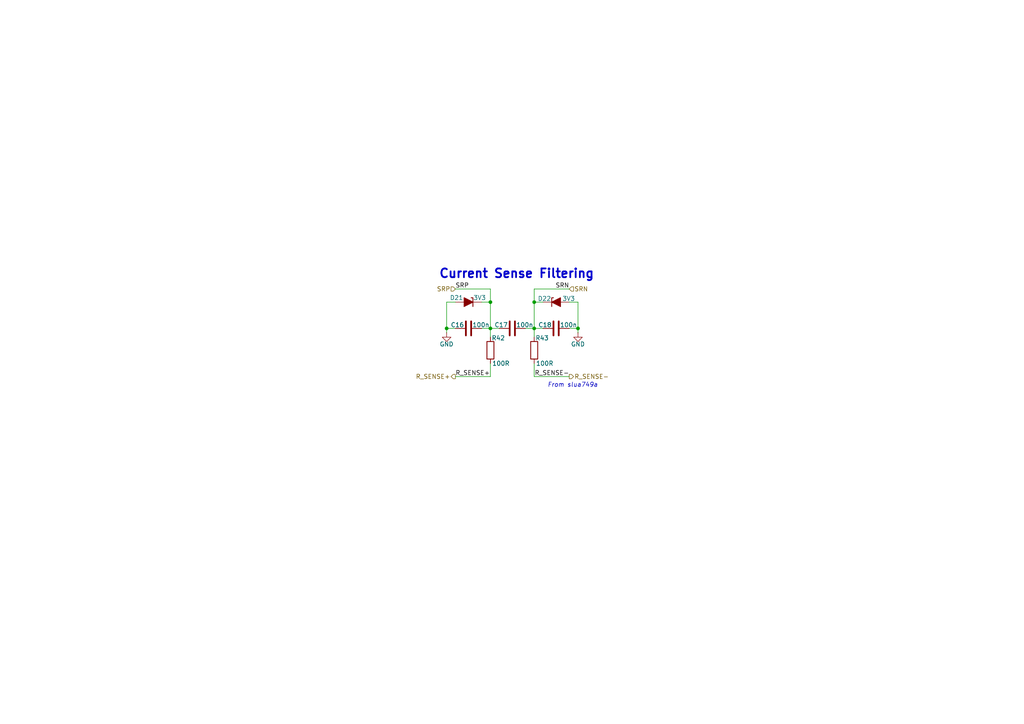
<source format=kicad_sch>
(kicad_sch (version 20250114) (generator "eeschema") (generator_version "9.0")
  (paper "A4")
  (lib_symbols
    (symbol "Device:C" (pin_numbers (hide yes)) (pin_names (offset 0.254))
      (property "Reference" "C" (at 0.635 2.54 0))
      (property "Value" "C" (at 0.635 -2.54 0))
      (symbol "C_0_1"
        (polyline (pts (xy -2.032 0.762) (xy 2.032 0.762)) (stroke (width 0.508)))
        (polyline (pts (xy -2.032 -0.762) (xy 2.032 -0.762)) (stroke (width 0.508)))
      )
      (symbol "C_1_1"
        (pin passive line (at 0 3.81 270) (length 2.794) (name "~") (number "1"))
        (pin passive line (at 0 -3.81 90) (length 2.794) (name "~") (number "2"))
      )
    )
    (symbol "Device:D_Zener_Filled" (pin_numbers (hide yes)) (pin_names (offset 1.016) (hide yes))
      (property "Reference" "D" (at 0 2.54 0))
      (property "Value" "D_Zener_Filled" (at 0 -2.54 0))
      (symbol "D_Zener_Filled_0_1"
        (polyline (pts (xy -1.27 -1.27) (xy -1.27 1.27) (xy -0.762 1.27)) (stroke (width 0.254)))
        (polyline (pts (xy 1.27 0) (xy -1.27 0)))
        (polyline (pts (xy 1.27 -1.27) (xy 1.27 1.27) (xy -1.27 0) (xy 1.27 -1.27)) (stroke (width 0.254)) (fill (type outline)))
      )
      (symbol "D_Zener_Filled_1_1"
        (pin passive line (at -3.81 0 0) (length 2.54) (name "K") (number "1"))
        (pin passive line (at 3.81 0 180) (length 2.54) (name "A") (number "2"))
      )
    )
    (symbol "Device:R" (pin_numbers (hide yes)) (pin_names (offset 0))
      (property "Reference" "R" (at 2.032 0 90))
      (property "Value" "R" (at 0 0 90))
      (symbol "R_0_1"
        (rectangle (start -1.016 -2.54) (end 1.016 2.54) (stroke (width 0.254)))
      )
      (symbol "R_1_1"
        (pin passive line (at 0 3.81 270) (length 1.27) (name "~") (number "1"))
        (pin passive line (at 0 -3.81 90) (length 1.27) (name "~") (number "2"))
      )
    )
    (symbol "power:GND" (power) (pin_numbers (hide yes)) (pin_names (offset 0) (hide yes))
      (property "Value" "GND" (at 0 -3.81 0))
      (symbol "GND_0_1"
        (polyline (pts (xy 0 0) (xy 0 -1.27) (xy 1.27 -1.27) (xy 0 -2.54) (xy -1.27 -1.27) (xy 0 -1.27)))
      )
      (symbol "GND_1_1"
        (pin power_in line (at 0 0 270) (length 0) (name "~") (number "1"))
      )
    )
  )
  (text "From slua749a" (at 166.116 111.76 0) (effects (font (size 1.27 1.27) (italic yes))))
  (text "Current Sense Filtering" (at 149.86 79.502 0) (effects (font (size 2.54 2.54) (thickness 0.508) (bold yes))))
  (junction (at 142.24 87.63))
  (junction (at 154.94 95.25))
  (junction (at 129.54 95.25))
  (junction (at 154.94 87.63))
  (junction (at 167.64 95.25))
  (junction (at 142.24 95.25))
  (wire (pts (xy 165.1 83.82) (xy 154.94 83.82)))
  (wire (pts (xy 154.94 95.25) (xy 157.48 95.25)))
  (wire (pts (xy 142.24 95.25) (xy 144.78 95.25)))
  (wire (pts (xy 154.94 109.22) (xy 165.1 109.22)))
  (wire (pts (xy 154.94 105.41) (xy 154.94 109.22)))
  (wire (pts (xy 165.1 87.63) (xy 167.64 87.63)))
  (wire (pts (xy 142.24 83.82) (xy 142.24 87.63)))
  (wire (pts (xy 154.94 97.79) (xy 154.94 95.25)))
  (wire (pts (xy 154.94 87.63) (xy 154.94 95.25)))
  (wire (pts (xy 129.54 87.63) (xy 132.08 87.63)))
  (wire (pts (xy 132.08 109.22) (xy 142.24 109.22)))
  (wire (pts (xy 142.24 105.41) (xy 142.24 109.22)))
  (wire (pts (xy 167.64 96.52) (xy 167.64 95.25)))
  (wire (pts (xy 167.64 87.63) (xy 167.64 95.25)))
  (wire (pts (xy 165.1 95.25) (xy 167.64 95.25)))
  (wire (pts (xy 154.94 83.82) (xy 154.94 87.63)))
  (wire (pts (xy 142.24 95.25) (xy 139.7 95.25)))
  (wire (pts (xy 132.08 83.82) (xy 142.24 83.82)))
  (wire (pts (xy 129.54 96.52) (xy 129.54 95.25)))
  (wire (pts (xy 157.48 87.63) (xy 154.94 87.63)))
  (wire (pts (xy 142.24 87.63) (xy 142.24 95.25)))
  (wire (pts (xy 129.54 95.25) (xy 129.54 87.63)))
  (wire (pts (xy 129.54 95.25) (xy 132.08 95.25)))
  (wire (pts (xy 139.7 87.63) (xy 142.24 87.63)))
  (wire (pts (xy 152.4 95.25) (xy 154.94 95.25)))
  (wire (pts (xy 142.24 97.79) (xy 142.24 95.25)))
  (label "R_SENSE-" (at 165.1 109.22 180))
  (label "R_SENSE+" (at 132.08 109.22 0))
  (label "SRP" (at 132.08 83.82 0))
  (label "SRN" (at 165.1 83.82 180))
  (hierarchical_label "R_SENSE+" (shape output) (at 132.08 109.22 180))
  (hierarchical_label "SRP" (shape input) (at 132.08 83.82 180))
  (hierarchical_label "SRN" (shape input) (at 165.1 83.82 0))
  (hierarchical_label "R_SENSE-" (shape output) (at 165.1 109.22 0))
  (symbol (lib_id "Device:C") (at 161.29 95.25 90) (unit 1)
    (property "Reference" "C18" (at 160.02 94.234 90) (effects (justify left)))
    (property "Value" "100n" (at 167.386 94.234 90) (effects (justify left)))
    (property "Description" "Unpolarized capacitor" (effects (hide yes)))
  )
  (symbol (lib_id "Device:D_Zener_Filled") (at 135.89 87.63 0) (mirror y) (unit 1)
    (property "Reference" "D21" (at 134.366 86.36 0) (effects (justify left)))
    (property "Value" "3V3" (at 140.97 86.36 0) (effects (justify left)))
    (property "Description" "Zener diode, filled shape" (effects (hide yes)))
  )
  (symbol (lib_id "Device:R") (at 142.24 101.6 180) (unit 1)
    (property "Reference" "R42" (at 144.526 98.044 0))
    (property "Value" "100R" (at 145.288 105.41 0))
    (property "Description" "Resistor" (effects (hide yes)))
  )
  (symbol (lib_id "Device:D_Zener_Filled") (at 161.29 87.63 0) (unit 1)
    (property "Reference" "D22" (at 155.956 86.614 0) (effects (justify left)))
    (property "Value" "3V3" (at 163.068 86.614 0) (effects (justify left)))
    (property "Description" "Zener diode, filled shape" (effects (hide yes)))
  )
  (symbol (lib_id "Device:C") (at 148.59 95.25 90) (unit 1)
    (property "Reference" "C17" (at 147.32 94.234 90) (effects (justify left)))
    (property "Value" "100n" (at 154.686 94.234 90) (effects (justify left)))
    (property "Description" "Unpolarized capacitor" (effects (hide yes)))
  )
  (symbol (lib_id "power:GND") (at 167.64 96.52 0) (unit 1)
    (property "Reference" "#PWR06" (effects (hide yes)))
    (property "Value" "GND" (at 169.672 99.822 0) (effects (justify right)))
    (property "Description" "Power symbol creates a global label with name \"GND\" , ground" (effects (hide yes)))
  )
  (symbol (lib_id "Device:R") (at 154.94 101.6 180) (unit 1)
    (property "Reference" "R43" (at 157.226 98.044 0))
    (property "Value" "100R" (at 157.988 105.41 0))
    (property "Description" "Resistor" (effects (hide yes)))
  )
  (symbol (lib_id "Device:C") (at 135.89 95.25 90) (unit 1)
    (property "Reference" "C16" (at 134.62 94.234 90) (effects (justify left)))
    (property "Value" "100n" (at 141.986 94.234 90) (effects (justify left)))
    (property "Description" "Unpolarized capacitor" (effects (hide yes)))
  )
  (symbol (lib_id "power:GND") (at 129.54 96.52 0) (unit 1)
    (property "Reference" "#PWR05" (effects (hide yes)))
    (property "Value" "GND" (at 131.572 99.822 0) (effects (justify right)))
    (property "Description" "Power symbol creates a global label with name \"GND\" , ground" (effects (hide yes)))
  )
)
</source>
